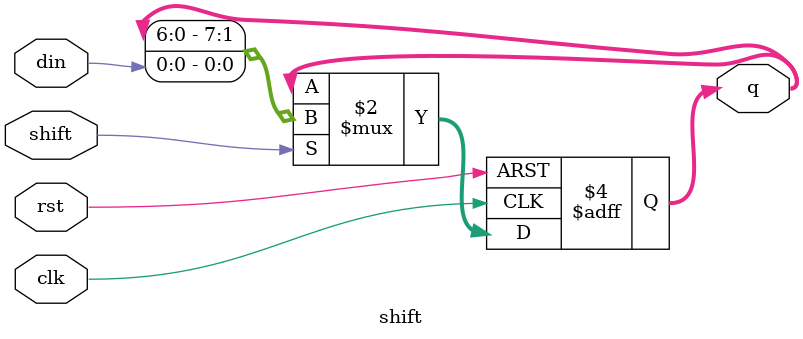
<source format=v>
module shift(clk,rst,din,shift,q);
input clk,rst,din,shift;
output reg [7:0] q;

always @ (posedge clk or posedge rst) begin
  if (rst) 
    q <= 8'b0;
  else begin
    if (shift) 
      q <= {q[6:0], din};
  end
end
endmodule

</source>
